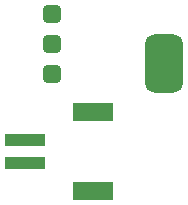
<source format=gbs>
G04 #@! TF.GenerationSoftware,KiCad,Pcbnew,(6.0.7)*
G04 #@! TF.CreationDate,2022-10-10T16:00:38+09:00*
G04 #@! TF.ProjectId,MainBoard,4d61696e-426f-4617-9264-2e6b69636164,rev?*
G04 #@! TF.SameCoordinates,Original*
G04 #@! TF.FileFunction,Soldermask,Bot*
G04 #@! TF.FilePolarity,Negative*
%FSLAX46Y46*%
G04 Gerber Fmt 4.6, Leading zero omitted, Abs format (unit mm)*
G04 Created by KiCad (PCBNEW (6.0.7)) date 2022-10-10 16:00:38*
%MOMM*%
%LPD*%
G01*
G04 APERTURE LIST*
G04 Aperture macros list*
%AMRoundRect*
0 Rectangle with rounded corners*
0 $1 Rounding radius*
0 $2 $3 $4 $5 $6 $7 $8 $9 X,Y pos of 4 corners*
0 Add a 4 corners polygon primitive as box body*
4,1,4,$2,$3,$4,$5,$6,$7,$8,$9,$2,$3,0*
0 Add four circle primitives for the rounded corners*
1,1,$1+$1,$2,$3*
1,1,$1+$1,$4,$5*
1,1,$1+$1,$6,$7*
1,1,$1+$1,$8,$9*
0 Add four rect primitives between the rounded corners*
20,1,$1+$1,$2,$3,$4,$5,0*
20,1,$1+$1,$4,$5,$6,$7,0*
20,1,$1+$1,$6,$7,$8,$9,0*
20,1,$1+$1,$8,$9,$2,$3,0*%
G04 Aperture macros list end*
%ADD10RoundRect,0.381000X0.381000X-0.381000X0.381000X0.381000X-0.381000X0.381000X-0.381000X-0.381000X0*%
%ADD11RoundRect,0.787500X-0.812500X-0.787500X0.812500X-0.787500X0.812500X0.787500X-0.812500X0.787500X0*%
%ADD12R,3.500000X1.000000*%
%ADD13R,3.400000X1.500000*%
G04 APERTURE END LIST*
D10*
X143764000Y-89154000D03*
X143764000Y-86614000D03*
X143764000Y-84074000D03*
D11*
X153314400Y-87400200D03*
X153314400Y-89155200D03*
D12*
X141530000Y-94758000D03*
X141530000Y-96758000D03*
D13*
X147280000Y-92408000D03*
X147280000Y-99108000D03*
M02*

</source>
